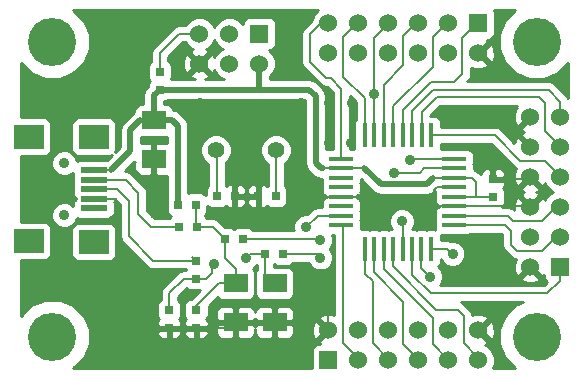
<source format=gtl>
G04 (created by PCBNEW-RS274X (2011-11-27 BZR 3249)-stable) date 10/09/2012 4:48:29 p.m.*
G01*
G70*
G90*
%MOIN*%
G04 Gerber Fmt 3.4, Leading zero omitted, Abs format*
%FSLAX34Y34*%
G04 APERTURE LIST*
%ADD10C,0.006000*%
%ADD11R,0.060000X0.060000*%
%ADD12C,0.060000*%
%ADD13C,0.035400*%
%ADD14R,0.098400X0.078700*%
%ADD15R,0.090600X0.019700*%
%ADD16R,0.078700X0.017700*%
%ADD17R,0.017700X0.078700*%
%ADD18R,0.080000X0.060000*%
%ADD19R,0.031500X0.025000*%
%ADD20R,0.025000X0.031500*%
%ADD21C,0.056000*%
%ADD22C,0.160000*%
%ADD23C,0.035000*%
%ADD24C,0.008000*%
%ADD25C,0.020000*%
%ADD26C,0.010000*%
G04 APERTURE END LIST*
G54D10*
G54D11*
X48296Y-28877D03*
G54D12*
X47296Y-28877D03*
X48296Y-27877D03*
X47296Y-27877D03*
X48296Y-26877D03*
X47296Y-26877D03*
X48296Y-25877D03*
X47296Y-25877D03*
X48296Y-24877D03*
X47296Y-24877D03*
X48296Y-23877D03*
X47296Y-23877D03*
G54D13*
X31760Y-27161D03*
X31760Y-25429D03*
G54D14*
X30579Y-28027D03*
X30579Y-24543D03*
X32744Y-28047D03*
X32744Y-24543D03*
G54D15*
X32744Y-26295D03*
X32744Y-25980D03*
X32744Y-25665D03*
X32744Y-26610D03*
X32744Y-26925D03*
G54D16*
X44770Y-25284D03*
X44770Y-25599D03*
X44770Y-25914D03*
X44770Y-26229D03*
X44770Y-26544D03*
X44770Y-26859D03*
X44770Y-27174D03*
X44770Y-27489D03*
X41004Y-27487D03*
X41004Y-25277D03*
X41004Y-25597D03*
X41004Y-25917D03*
X41004Y-26227D03*
X41004Y-26547D03*
X41004Y-26857D03*
X41004Y-27177D03*
G54D17*
X43986Y-28277D03*
X43672Y-28277D03*
X43356Y-28277D03*
X43042Y-28277D03*
X42726Y-28277D03*
X42412Y-28277D03*
X42096Y-28277D03*
X41782Y-28277D03*
X43984Y-24497D03*
X43674Y-24497D03*
X43354Y-24497D03*
X43044Y-24497D03*
X42734Y-24497D03*
X42414Y-24497D03*
X42094Y-24497D03*
X41774Y-24497D03*
G54D18*
X34752Y-23991D03*
X34752Y-25291D03*
G54D19*
X46051Y-26555D03*
X46051Y-25955D03*
G54D20*
X36854Y-26531D03*
X37454Y-26531D03*
X38832Y-26531D03*
X38232Y-26531D03*
G54D19*
X35264Y-30926D03*
X35264Y-30326D03*
X36169Y-30926D03*
X36169Y-30326D03*
X34949Y-22973D03*
X34949Y-22373D03*
G54D20*
X37729Y-27948D03*
X37129Y-27948D03*
X39068Y-28460D03*
X38468Y-28460D03*
X35554Y-26806D03*
X36154Y-26806D03*
G54D19*
X36169Y-29272D03*
X36169Y-28672D03*
G54D20*
X36194Y-27554D03*
X35594Y-27554D03*
G54D11*
X40571Y-31995D03*
G54D12*
X40571Y-30995D03*
X41571Y-31995D03*
X41571Y-30995D03*
X42571Y-31995D03*
X42571Y-30995D03*
X43571Y-31995D03*
X43571Y-30995D03*
X44571Y-31995D03*
X44571Y-30995D03*
X45571Y-31995D03*
X45571Y-30995D03*
G54D11*
X45571Y-20759D03*
G54D12*
X45571Y-21759D03*
X44571Y-20759D03*
X44571Y-21759D03*
X43571Y-20759D03*
X43571Y-21759D03*
X42571Y-20759D03*
X42571Y-21759D03*
X41571Y-20759D03*
X41571Y-21759D03*
X40571Y-20759D03*
X40571Y-21759D03*
G54D11*
X38272Y-21110D03*
G54D12*
X38272Y-22110D03*
X37272Y-21110D03*
X37272Y-22110D03*
X36272Y-21110D03*
X36272Y-22110D03*
G54D21*
X36823Y-24995D03*
X38823Y-24995D03*
G54D18*
X37481Y-30729D03*
X37481Y-29429D03*
X38780Y-30729D03*
X38780Y-29429D03*
G54D22*
X47508Y-31216D03*
X31366Y-21374D03*
X47508Y-21374D03*
X31366Y-31216D03*
G54D23*
X44713Y-28460D03*
X40303Y-28578D03*
X43965Y-29208D03*
X40303Y-27988D03*
X42075Y-23106D03*
X43020Y-27358D03*
X39831Y-27554D03*
X36288Y-23421D03*
X40303Y-29130D03*
X40579Y-24760D03*
X40579Y-23421D03*
X41327Y-24760D03*
X34752Y-26216D03*
X41366Y-23421D03*
X39673Y-23421D03*
X37862Y-24957D03*
X33610Y-28933D03*
X33610Y-28303D03*
X30775Y-23146D03*
X37823Y-27200D03*
X32941Y-31807D03*
X30775Y-29642D03*
X38138Y-31965D03*
X35303Y-20587D03*
X33138Y-20783D03*
X39437Y-31453D03*
X42744Y-25743D03*
X37823Y-28578D03*
X36760Y-28775D03*
X43295Y-25310D03*
G54D24*
X46040Y-26544D02*
X46051Y-26555D01*
G54D25*
X43847Y-26137D02*
X42311Y-26137D01*
X42311Y-26137D02*
X41771Y-25597D01*
G54D24*
X41771Y-25597D02*
X41004Y-25597D01*
G54D25*
X35554Y-26806D02*
X35554Y-24184D01*
X35554Y-24184D02*
X35361Y-23991D01*
X35361Y-23991D02*
X34752Y-23991D01*
X34752Y-23991D02*
X34752Y-23170D01*
X34752Y-23170D02*
X34949Y-22973D01*
G54D24*
X45500Y-26544D02*
X45500Y-26058D01*
X45500Y-26058D02*
X45356Y-25914D01*
X45356Y-25914D02*
X44770Y-25914D01*
X44770Y-26544D02*
X45500Y-26544D01*
X45500Y-26544D02*
X46040Y-26544D01*
G54D25*
X38272Y-22110D02*
X38272Y-22973D01*
G54D24*
X44770Y-25914D02*
X44070Y-25914D01*
G54D25*
X33335Y-25665D02*
X33964Y-25036D01*
X33964Y-25036D02*
X33964Y-24327D01*
X33964Y-24327D02*
X34300Y-23991D01*
G54D24*
X34300Y-23991D02*
X34752Y-23991D01*
X32744Y-25665D02*
X33335Y-25665D01*
G54D25*
X39933Y-22973D02*
X40145Y-23185D01*
X40393Y-25597D02*
X40314Y-25597D01*
X40314Y-25597D02*
X40145Y-25428D01*
X40145Y-25428D02*
X40145Y-23185D01*
G54D24*
X40393Y-25597D02*
X41004Y-25597D01*
G54D25*
X38272Y-22973D02*
X39933Y-22973D01*
X34949Y-22973D02*
X38272Y-22973D01*
X44070Y-25914D02*
X43847Y-26137D01*
G54D24*
X44530Y-28277D02*
X44713Y-28460D01*
X40303Y-28578D02*
X40185Y-28460D01*
X40185Y-28460D02*
X39068Y-28460D01*
X43986Y-28277D02*
X44530Y-28277D01*
X43672Y-28915D02*
X43965Y-29208D01*
X40303Y-27988D02*
X40263Y-27948D01*
X40263Y-27948D02*
X37729Y-27948D01*
X43672Y-28277D02*
X43672Y-28915D01*
X41571Y-20759D02*
X41524Y-20759D01*
X41774Y-23269D02*
X41774Y-24497D01*
X41063Y-22558D02*
X41774Y-23269D01*
X41063Y-21220D02*
X41063Y-22558D01*
X41524Y-20759D02*
X41063Y-21220D01*
X42571Y-20775D02*
X42087Y-21259D01*
X42087Y-22673D02*
X42087Y-24490D01*
X42087Y-21259D02*
X42087Y-22673D01*
X42087Y-24490D02*
X42094Y-24497D01*
X42571Y-20759D02*
X42571Y-20775D01*
X42075Y-23106D02*
X42087Y-22673D01*
X34949Y-21767D02*
X35606Y-21110D01*
X35606Y-21110D02*
X36272Y-21110D01*
X34949Y-22373D02*
X34949Y-21767D01*
X43042Y-27380D02*
X43020Y-27358D01*
X43042Y-28277D02*
X43042Y-27380D01*
X43571Y-20759D02*
X43493Y-20759D01*
X42414Y-22822D02*
X42414Y-24497D01*
X43071Y-22165D02*
X42414Y-22822D01*
X43071Y-21181D02*
X43071Y-22165D01*
X43493Y-20759D02*
X43071Y-21181D01*
X40571Y-20759D02*
X40422Y-20759D01*
X40327Y-20759D02*
X39949Y-21137D01*
X39949Y-21137D02*
X39949Y-22043D01*
X39949Y-22043D02*
X40500Y-22594D01*
X40500Y-22594D02*
X40658Y-22594D01*
X40658Y-22594D02*
X41004Y-22940D01*
X41004Y-22940D02*
X41004Y-25277D01*
X40571Y-20759D02*
X40327Y-20759D01*
X45540Y-20759D02*
X45040Y-21259D01*
X45040Y-21259D02*
X45040Y-22440D01*
X45040Y-22440D02*
X44764Y-22716D01*
X44764Y-22716D02*
X43977Y-22716D01*
X43977Y-22716D02*
X43044Y-23649D01*
X43044Y-23649D02*
X43044Y-24497D01*
X45571Y-20759D02*
X45540Y-20759D01*
X44516Y-20759D02*
X44055Y-21220D01*
X44055Y-21220D02*
X44055Y-22205D01*
X44055Y-22205D02*
X42734Y-23526D01*
X42734Y-23526D02*
X42734Y-24497D01*
X44571Y-20759D02*
X44516Y-20759D01*
X39831Y-27554D02*
X40208Y-27177D01*
X40208Y-27177D02*
X41004Y-27177D01*
X41571Y-31925D02*
X41063Y-31417D01*
X41063Y-31417D02*
X41063Y-27546D01*
X41063Y-27546D02*
X41004Y-27487D01*
X41571Y-31995D02*
X41571Y-31925D01*
X42571Y-31940D02*
X42048Y-31417D01*
X42048Y-31417D02*
X42048Y-29370D01*
X42048Y-29370D02*
X41782Y-29104D01*
X41782Y-29104D02*
X41782Y-28277D01*
X42571Y-31995D02*
X42571Y-31940D01*
X43571Y-31995D02*
X43571Y-31956D01*
X42096Y-29064D02*
X42096Y-28277D01*
X43071Y-30039D02*
X42096Y-29064D01*
X43071Y-31456D02*
X43071Y-30039D01*
X43571Y-31956D02*
X43071Y-31456D01*
X44571Y-31972D02*
X44055Y-31456D01*
X44055Y-31456D02*
X44055Y-30589D01*
X44055Y-30589D02*
X42412Y-28946D01*
X42412Y-28946D02*
X42412Y-28277D01*
X44571Y-31995D02*
X44571Y-31972D01*
X45571Y-31909D02*
X45079Y-31417D01*
X45079Y-31417D02*
X45079Y-30511D01*
X45079Y-30511D02*
X44882Y-30314D01*
X44882Y-30314D02*
X44173Y-30314D01*
X44173Y-30314D02*
X42726Y-28867D01*
X42726Y-28867D02*
X42726Y-28277D01*
X45571Y-31995D02*
X45571Y-31909D01*
X48296Y-29340D02*
X47873Y-29763D01*
X47873Y-29763D02*
X43977Y-29763D01*
X43977Y-29763D02*
X43356Y-29142D01*
X43356Y-29142D02*
X43356Y-28277D01*
X48296Y-28877D02*
X48296Y-29340D01*
X48296Y-27877D02*
X48147Y-27877D01*
X46466Y-27489D02*
X44770Y-27489D01*
X46654Y-27677D02*
X46466Y-27489D01*
X46654Y-28149D02*
X46654Y-27677D01*
X46851Y-28346D02*
X46654Y-28149D01*
X47678Y-28346D02*
X46851Y-28346D01*
X48147Y-27877D02*
X47678Y-28346D01*
X48296Y-26877D02*
X48162Y-26877D01*
X46545Y-27174D02*
X44770Y-27174D01*
X46733Y-27362D02*
X46545Y-27174D01*
X47677Y-27362D02*
X46733Y-27362D01*
X48162Y-26877D02*
X47677Y-27362D01*
X48296Y-25854D02*
X47796Y-25354D01*
X47796Y-25354D02*
X46969Y-25354D01*
X46969Y-25354D02*
X46112Y-24497D01*
X46112Y-24497D02*
X43984Y-24497D01*
X48296Y-25877D02*
X48296Y-25854D01*
X48296Y-24877D02*
X48296Y-24870D01*
X43674Y-23728D02*
X43674Y-24497D01*
X44174Y-23228D02*
X43674Y-23728D01*
X47600Y-23228D02*
X44174Y-23228D01*
X47796Y-23424D02*
X47600Y-23228D01*
X47796Y-24370D02*
X47796Y-23424D01*
X48296Y-24870D02*
X47796Y-24370D01*
X48296Y-23877D02*
X48296Y-23374D01*
X43354Y-23693D02*
X43354Y-24497D01*
X44055Y-22992D02*
X43354Y-23693D01*
X47914Y-22992D02*
X44055Y-22992D01*
X48296Y-23374D02*
X47914Y-22992D01*
X40571Y-29595D02*
X40303Y-29130D01*
X40579Y-24760D02*
X40579Y-23421D01*
X33610Y-28303D02*
X33610Y-26807D01*
X33610Y-28933D02*
X33610Y-28303D01*
X33610Y-29799D02*
X33610Y-28933D01*
X33610Y-26807D02*
X33413Y-26610D01*
X33413Y-26610D02*
X32744Y-26610D01*
X35264Y-30926D02*
X34737Y-30926D01*
X40305Y-30729D02*
X40571Y-30995D01*
X38780Y-30729D02*
X40305Y-30729D01*
X37430Y-23421D02*
X36288Y-23421D01*
X37862Y-26531D02*
X37862Y-24957D01*
X37862Y-24957D02*
X37862Y-23853D01*
X37284Y-30926D02*
X37481Y-30729D01*
X37481Y-30729D02*
X38780Y-30729D01*
X37862Y-26689D02*
X37862Y-27161D01*
X37862Y-26531D02*
X37862Y-26689D01*
X34752Y-26216D02*
X34752Y-25291D01*
X41004Y-26547D02*
X40051Y-26547D01*
X37862Y-23853D02*
X37862Y-23815D01*
X38256Y-23421D02*
X39673Y-23421D01*
X37862Y-23815D02*
X38256Y-23421D01*
X37862Y-26689D02*
X37704Y-26531D01*
X38019Y-26532D02*
X37862Y-26689D01*
X38019Y-26531D02*
X38019Y-26532D01*
X37862Y-26374D02*
X38019Y-26531D01*
X44770Y-26859D02*
X44175Y-26859D01*
X44186Y-26229D02*
X44770Y-26229D01*
X44083Y-26332D02*
X44186Y-26229D01*
X47278Y-26859D02*
X47296Y-26877D01*
X35264Y-30926D02*
X36169Y-30926D01*
X44770Y-26859D02*
X47278Y-26859D01*
X41004Y-26547D02*
X44083Y-26547D01*
X37704Y-26531D02*
X37705Y-26531D01*
X37705Y-26531D02*
X37862Y-26374D01*
X40571Y-30995D02*
X40328Y-30995D01*
X40571Y-30995D02*
X40571Y-29595D01*
X36169Y-30926D02*
X37284Y-30926D01*
X38727Y-31965D02*
X39239Y-31453D01*
X39437Y-31453D02*
X40113Y-31453D01*
X39239Y-31453D02*
X39437Y-31453D01*
X40113Y-31453D02*
X40571Y-30995D01*
X30775Y-23146D02*
X30972Y-22949D01*
X30972Y-22949D02*
X32350Y-22949D01*
X32350Y-22949D02*
X33138Y-22161D01*
X33138Y-22161D02*
X33138Y-20783D01*
X38138Y-31965D02*
X38727Y-31965D01*
X33099Y-31965D02*
X32941Y-31807D01*
X38138Y-31965D02*
X33099Y-31965D01*
X37862Y-27161D02*
X37823Y-27200D01*
X47218Y-25955D02*
X47296Y-25877D01*
X46051Y-25955D02*
X47218Y-25955D01*
X44175Y-26859D02*
X44083Y-26767D01*
X44083Y-26547D02*
X44083Y-26332D01*
X44083Y-26767D02*
X44083Y-26547D01*
X38232Y-26900D02*
X38232Y-26531D01*
X38414Y-27082D02*
X38232Y-26900D01*
X39516Y-27082D02*
X38414Y-27082D01*
X40051Y-26547D02*
X39516Y-27082D01*
X37862Y-26531D02*
X37454Y-26531D01*
X38232Y-26531D02*
X37862Y-26531D01*
X34737Y-30926D02*
X33610Y-29799D01*
X37862Y-23853D02*
X37430Y-23421D01*
X44770Y-25599D02*
X43754Y-25599D01*
X43610Y-25743D02*
X42744Y-25743D01*
X43754Y-25599D02*
X43610Y-25743D01*
X38832Y-25004D02*
X38823Y-24995D01*
X38832Y-26531D02*
X38832Y-25004D01*
X35751Y-29272D02*
X36169Y-29272D01*
X35264Y-29759D02*
X35751Y-29272D01*
X35264Y-30326D02*
X35264Y-29759D01*
X38468Y-29117D02*
X38780Y-29429D01*
X38468Y-28460D02*
X38468Y-29117D01*
X37941Y-28460D02*
X37823Y-28578D01*
X36760Y-28775D02*
X36681Y-28854D01*
X36681Y-28854D02*
X36681Y-29090D01*
X36681Y-29090D02*
X36499Y-29272D01*
X36499Y-29272D02*
X36169Y-29272D01*
X38468Y-28460D02*
X37941Y-28460D01*
X36154Y-27514D02*
X36194Y-27554D01*
X36154Y-26806D02*
X36154Y-27514D01*
X36735Y-27554D02*
X37129Y-27948D01*
X36194Y-27554D02*
X36735Y-27554D01*
X36169Y-30193D02*
X36933Y-29429D01*
X36933Y-29429D02*
X37481Y-29429D01*
X36169Y-30326D02*
X36169Y-30193D01*
X37481Y-28945D02*
X37129Y-28593D01*
X37129Y-28593D02*
X37129Y-27948D01*
X37481Y-29429D02*
X37481Y-28945D01*
X36169Y-28672D02*
X34727Y-28672D01*
X33531Y-26295D02*
X32744Y-26295D01*
X33925Y-26689D02*
X33531Y-26295D01*
X33925Y-27870D02*
X33925Y-26689D01*
X34727Y-28672D02*
X33925Y-27870D01*
X36036Y-28539D02*
X36169Y-28672D01*
X35594Y-27579D02*
X35594Y-27554D01*
X34672Y-27554D02*
X34240Y-27122D01*
X34240Y-27122D02*
X34240Y-26413D01*
X34240Y-26413D02*
X33807Y-25980D01*
X33807Y-25980D02*
X32744Y-25980D01*
X35594Y-27554D02*
X34672Y-27554D01*
X44770Y-25284D02*
X43321Y-25284D01*
X43321Y-25284D02*
X43295Y-25310D01*
X36854Y-26531D02*
X36854Y-25026D01*
X36854Y-25026D02*
X36823Y-24995D01*
G54D10*
G36*
X35324Y-27189D02*
X35258Y-27256D01*
X35254Y-27264D01*
X34792Y-27264D01*
X34702Y-27174D01*
X34530Y-27002D01*
X34530Y-26413D01*
X34508Y-26302D01*
X34445Y-26208D01*
X34012Y-25775D01*
X33918Y-25712D01*
X33807Y-25690D01*
X33804Y-25690D01*
X34102Y-25391D01*
X34103Y-25391D01*
X34114Y-25391D01*
X34102Y-25403D01*
X34103Y-25640D01*
X34141Y-25732D01*
X34211Y-25802D01*
X34302Y-25840D01*
X34401Y-25840D01*
X34640Y-25841D01*
X34702Y-25779D01*
X34702Y-25391D01*
X34702Y-25341D01*
X34702Y-25241D01*
X34702Y-25191D01*
X34702Y-24803D01*
X34640Y-24741D01*
X34401Y-24742D01*
X34314Y-24742D01*
X34314Y-24540D01*
X34401Y-24540D01*
X35201Y-24540D01*
X35204Y-24538D01*
X35204Y-24742D01*
X35202Y-24742D01*
X35103Y-24742D01*
X34864Y-24741D01*
X34802Y-24803D01*
X34802Y-25191D01*
X34802Y-25241D01*
X34802Y-25341D01*
X34802Y-25391D01*
X34802Y-25779D01*
X34864Y-25841D01*
X35103Y-25840D01*
X35202Y-25840D01*
X35204Y-25839D01*
X35204Y-26541D01*
X35180Y-26599D01*
X35180Y-26698D01*
X35180Y-27012D01*
X35218Y-27104D01*
X35288Y-27174D01*
X35324Y-27189D01*
X35324Y-27189D01*
G37*
G54D26*
X35324Y-27189D02*
X35258Y-27256D01*
X35254Y-27264D01*
X34792Y-27264D01*
X34702Y-27174D01*
X34530Y-27002D01*
X34530Y-26413D01*
X34508Y-26302D01*
X34445Y-26208D01*
X34012Y-25775D01*
X33918Y-25712D01*
X33807Y-25690D01*
X33804Y-25690D01*
X34102Y-25391D01*
X34103Y-25391D01*
X34114Y-25391D01*
X34102Y-25403D01*
X34103Y-25640D01*
X34141Y-25732D01*
X34211Y-25802D01*
X34302Y-25840D01*
X34401Y-25840D01*
X34640Y-25841D01*
X34702Y-25779D01*
X34702Y-25391D01*
X34702Y-25341D01*
X34702Y-25241D01*
X34702Y-25191D01*
X34702Y-24803D01*
X34640Y-24741D01*
X34401Y-24742D01*
X34314Y-24742D01*
X34314Y-24540D01*
X34401Y-24540D01*
X35201Y-24540D01*
X35204Y-24538D01*
X35204Y-24742D01*
X35202Y-24742D01*
X35103Y-24742D01*
X34864Y-24741D01*
X34802Y-24803D01*
X34802Y-25191D01*
X34802Y-25241D01*
X34802Y-25341D01*
X34802Y-25391D01*
X34802Y-25779D01*
X34864Y-25841D01*
X35103Y-25840D01*
X35202Y-25840D01*
X35204Y-25839D01*
X35204Y-26541D01*
X35180Y-26599D01*
X35180Y-26698D01*
X35180Y-27012D01*
X35218Y-27104D01*
X35288Y-27174D01*
X35324Y-27189D01*
G54D10*
G36*
X37076Y-22623D02*
X36452Y-22623D01*
X36553Y-22582D01*
X36580Y-22488D01*
X36272Y-22181D01*
X36201Y-22251D01*
X36201Y-22110D01*
X35894Y-21802D01*
X35800Y-21829D01*
X35729Y-22031D01*
X35740Y-22244D01*
X35800Y-22391D01*
X35894Y-22418D01*
X36201Y-22110D01*
X36201Y-22251D01*
X35964Y-22488D01*
X35991Y-22582D01*
X36107Y-22623D01*
X35323Y-22623D01*
X35355Y-22548D01*
X35355Y-22449D01*
X35355Y-22199D01*
X35317Y-22107D01*
X35247Y-22037D01*
X35239Y-22033D01*
X35239Y-21887D01*
X35726Y-21400D01*
X35798Y-21400D01*
X35807Y-21421D01*
X35961Y-21575D01*
X36052Y-21612D01*
X35991Y-21638D01*
X35964Y-21732D01*
X36272Y-22039D01*
X36580Y-21732D01*
X36553Y-21638D01*
X36487Y-21614D01*
X36583Y-21575D01*
X36737Y-21421D01*
X36772Y-21336D01*
X36807Y-21421D01*
X36961Y-21575D01*
X37045Y-21610D01*
X36961Y-21645D01*
X36807Y-21799D01*
X36769Y-21890D01*
X36744Y-21829D01*
X36650Y-21802D01*
X36343Y-22110D01*
X36650Y-22418D01*
X36744Y-22391D01*
X36767Y-22325D01*
X36807Y-22421D01*
X36961Y-22575D01*
X37076Y-22623D01*
X37076Y-22623D01*
G37*
G54D26*
X37076Y-22623D02*
X36452Y-22623D01*
X36553Y-22582D01*
X36580Y-22488D01*
X36272Y-22181D01*
X36201Y-22251D01*
X36201Y-22110D01*
X35894Y-21802D01*
X35800Y-21829D01*
X35729Y-22031D01*
X35740Y-22244D01*
X35800Y-22391D01*
X35894Y-22418D01*
X36201Y-22110D01*
X36201Y-22251D01*
X35964Y-22488D01*
X35991Y-22582D01*
X36107Y-22623D01*
X35323Y-22623D01*
X35355Y-22548D01*
X35355Y-22449D01*
X35355Y-22199D01*
X35317Y-22107D01*
X35247Y-22037D01*
X35239Y-22033D01*
X35239Y-21887D01*
X35726Y-21400D01*
X35798Y-21400D01*
X35807Y-21421D01*
X35961Y-21575D01*
X36052Y-21612D01*
X35991Y-21638D01*
X35964Y-21732D01*
X36272Y-22039D01*
X36580Y-21732D01*
X36553Y-21638D01*
X36487Y-21614D01*
X36583Y-21575D01*
X36737Y-21421D01*
X36772Y-21336D01*
X36807Y-21421D01*
X36961Y-21575D01*
X37045Y-21610D01*
X36961Y-21645D01*
X36807Y-21799D01*
X36769Y-21890D01*
X36744Y-21829D01*
X36650Y-21802D01*
X36343Y-22110D01*
X36650Y-22418D01*
X36744Y-22391D01*
X36767Y-22325D01*
X36807Y-22421D01*
X36961Y-22575D01*
X37076Y-22623D01*
G54D10*
G36*
X40508Y-26542D02*
X40470Y-26558D01*
X40437Y-26591D01*
X40423Y-26591D01*
X40362Y-26652D01*
X40362Y-26685D01*
X40369Y-26702D01*
X40362Y-26719D01*
X40362Y-26818D01*
X40362Y-26887D01*
X40208Y-26887D01*
X40097Y-26909D01*
X40003Y-26972D01*
X39846Y-27129D01*
X39747Y-27129D01*
X39591Y-27193D01*
X39471Y-27313D01*
X39406Y-27469D01*
X39406Y-27638D01*
X39414Y-27658D01*
X39353Y-27658D01*
X39353Y-25101D01*
X39353Y-24890D01*
X39272Y-24695D01*
X39124Y-24546D01*
X38929Y-24465D01*
X38718Y-24465D01*
X38523Y-24546D01*
X38374Y-24694D01*
X38293Y-24889D01*
X38293Y-25100D01*
X38374Y-25295D01*
X38522Y-25444D01*
X38542Y-25452D01*
X38542Y-26187D01*
X38532Y-26197D01*
X38498Y-26163D01*
X38406Y-26125D01*
X38344Y-26124D01*
X38282Y-26186D01*
X38282Y-26431D01*
X38282Y-26481D01*
X38282Y-26581D01*
X38282Y-26631D01*
X38282Y-26876D01*
X38344Y-26938D01*
X38406Y-26937D01*
X38498Y-26899D01*
X38532Y-26865D01*
X38566Y-26899D01*
X38657Y-26937D01*
X38756Y-26937D01*
X39006Y-26937D01*
X39098Y-26899D01*
X39168Y-26829D01*
X39206Y-26738D01*
X39206Y-26639D01*
X39206Y-26325D01*
X39168Y-26233D01*
X39122Y-26187D01*
X39122Y-25444D01*
X39123Y-25444D01*
X39272Y-25296D01*
X39353Y-25101D01*
X39353Y-27658D01*
X38182Y-27658D01*
X38182Y-26876D01*
X38182Y-26581D01*
X38182Y-26481D01*
X38182Y-26186D01*
X38120Y-26124D01*
X38058Y-26125D01*
X37966Y-26163D01*
X37896Y-26233D01*
X37858Y-26324D01*
X37858Y-26420D01*
X37919Y-26481D01*
X38182Y-26481D01*
X38182Y-26581D01*
X37919Y-26581D01*
X37858Y-26642D01*
X37858Y-26738D01*
X37896Y-26829D01*
X37966Y-26899D01*
X38058Y-26937D01*
X38120Y-26938D01*
X38182Y-26876D01*
X38182Y-27658D01*
X38068Y-27658D01*
X38065Y-27650D01*
X37995Y-27580D01*
X37904Y-27542D01*
X37828Y-27542D01*
X37828Y-26738D01*
X37828Y-26642D01*
X37828Y-26420D01*
X37828Y-26324D01*
X37790Y-26233D01*
X37720Y-26163D01*
X37628Y-26125D01*
X37566Y-26124D01*
X37504Y-26186D01*
X37504Y-26481D01*
X37767Y-26481D01*
X37828Y-26420D01*
X37828Y-26642D01*
X37767Y-26581D01*
X37504Y-26581D01*
X37504Y-26876D01*
X37566Y-26938D01*
X37628Y-26937D01*
X37720Y-26899D01*
X37790Y-26829D01*
X37828Y-26738D01*
X37828Y-27542D01*
X37805Y-27542D01*
X37555Y-27542D01*
X37463Y-27580D01*
X37429Y-27614D01*
X37395Y-27580D01*
X37304Y-27542D01*
X37205Y-27542D01*
X37133Y-27542D01*
X36940Y-27349D01*
X36846Y-27286D01*
X36735Y-27264D01*
X36533Y-27264D01*
X36530Y-27256D01*
X36460Y-27186D01*
X36444Y-27179D01*
X36444Y-27150D01*
X36490Y-27104D01*
X36528Y-27013D01*
X36528Y-26914D01*
X36528Y-26839D01*
X36588Y-26899D01*
X36679Y-26937D01*
X36778Y-26937D01*
X37028Y-26937D01*
X37120Y-26899D01*
X37154Y-26865D01*
X37188Y-26899D01*
X37280Y-26937D01*
X37342Y-26938D01*
X37404Y-26876D01*
X37404Y-26631D01*
X37404Y-26581D01*
X37404Y-26481D01*
X37404Y-26431D01*
X37404Y-26186D01*
X37342Y-26124D01*
X37280Y-26125D01*
X37188Y-26163D01*
X37154Y-26197D01*
X37144Y-26187D01*
X37144Y-25423D01*
X37272Y-25296D01*
X37353Y-25101D01*
X37353Y-24890D01*
X37272Y-24695D01*
X37124Y-24546D01*
X36929Y-24465D01*
X36718Y-24465D01*
X36523Y-24546D01*
X36374Y-24694D01*
X36293Y-24889D01*
X36293Y-25100D01*
X36374Y-25295D01*
X36522Y-25444D01*
X36564Y-25461D01*
X36564Y-26187D01*
X36518Y-26233D01*
X36480Y-26324D01*
X36480Y-26423D01*
X36480Y-26498D01*
X36420Y-26438D01*
X36329Y-26400D01*
X36230Y-26400D01*
X35980Y-26400D01*
X35904Y-26431D01*
X35904Y-24184D01*
X35903Y-24183D01*
X35877Y-24050D01*
X35831Y-23981D01*
X35801Y-23937D01*
X35801Y-23936D01*
X35608Y-23744D01*
X35495Y-23668D01*
X35401Y-23649D01*
X35401Y-23642D01*
X35363Y-23550D01*
X35293Y-23480D01*
X35202Y-23442D01*
X35103Y-23442D01*
X35102Y-23442D01*
X35102Y-23347D01*
X35155Y-23347D01*
X35213Y-23323D01*
X38272Y-23323D01*
X39788Y-23323D01*
X39795Y-23329D01*
X39795Y-25428D01*
X39822Y-25562D01*
X39898Y-25675D01*
X40067Y-25844D01*
X40180Y-25920D01*
X40314Y-25947D01*
X40362Y-25947D01*
X40362Y-26054D01*
X40369Y-26071D01*
X40362Y-26089D01*
X40362Y-26188D01*
X40362Y-26364D01*
X40371Y-26386D01*
X40362Y-26409D01*
X40362Y-26442D01*
X40423Y-26503D01*
X40447Y-26503D01*
X40470Y-26526D01*
X40508Y-26542D01*
X40508Y-26542D01*
G37*
G54D26*
X40508Y-26542D02*
X40470Y-26558D01*
X40437Y-26591D01*
X40423Y-26591D01*
X40362Y-26652D01*
X40362Y-26685D01*
X40369Y-26702D01*
X40362Y-26719D01*
X40362Y-26818D01*
X40362Y-26887D01*
X40208Y-26887D01*
X40097Y-26909D01*
X40003Y-26972D01*
X39846Y-27129D01*
X39747Y-27129D01*
X39591Y-27193D01*
X39471Y-27313D01*
X39406Y-27469D01*
X39406Y-27638D01*
X39414Y-27658D01*
X39353Y-27658D01*
X39353Y-25101D01*
X39353Y-24890D01*
X39272Y-24695D01*
X39124Y-24546D01*
X38929Y-24465D01*
X38718Y-24465D01*
X38523Y-24546D01*
X38374Y-24694D01*
X38293Y-24889D01*
X38293Y-25100D01*
X38374Y-25295D01*
X38522Y-25444D01*
X38542Y-25452D01*
X38542Y-26187D01*
X38532Y-26197D01*
X38498Y-26163D01*
X38406Y-26125D01*
X38344Y-26124D01*
X38282Y-26186D01*
X38282Y-26431D01*
X38282Y-26481D01*
X38282Y-26581D01*
X38282Y-26631D01*
X38282Y-26876D01*
X38344Y-26938D01*
X38406Y-26937D01*
X38498Y-26899D01*
X38532Y-26865D01*
X38566Y-26899D01*
X38657Y-26937D01*
X38756Y-26937D01*
X39006Y-26937D01*
X39098Y-26899D01*
X39168Y-26829D01*
X39206Y-26738D01*
X39206Y-26639D01*
X39206Y-26325D01*
X39168Y-26233D01*
X39122Y-26187D01*
X39122Y-25444D01*
X39123Y-25444D01*
X39272Y-25296D01*
X39353Y-25101D01*
X39353Y-27658D01*
X38182Y-27658D01*
X38182Y-26876D01*
X38182Y-26581D01*
X38182Y-26481D01*
X38182Y-26186D01*
X38120Y-26124D01*
X38058Y-26125D01*
X37966Y-26163D01*
X37896Y-26233D01*
X37858Y-26324D01*
X37858Y-26420D01*
X37919Y-26481D01*
X38182Y-26481D01*
X38182Y-26581D01*
X37919Y-26581D01*
X37858Y-26642D01*
X37858Y-26738D01*
X37896Y-26829D01*
X37966Y-26899D01*
X38058Y-26937D01*
X38120Y-26938D01*
X38182Y-26876D01*
X38182Y-27658D01*
X38068Y-27658D01*
X38065Y-27650D01*
X37995Y-27580D01*
X37904Y-27542D01*
X37828Y-27542D01*
X37828Y-26738D01*
X37828Y-26642D01*
X37828Y-26420D01*
X37828Y-26324D01*
X37790Y-26233D01*
X37720Y-26163D01*
X37628Y-26125D01*
X37566Y-26124D01*
X37504Y-26186D01*
X37504Y-26481D01*
X37767Y-26481D01*
X37828Y-26420D01*
X37828Y-26642D01*
X37767Y-26581D01*
X37504Y-26581D01*
X37504Y-26876D01*
X37566Y-26938D01*
X37628Y-26937D01*
X37720Y-26899D01*
X37790Y-26829D01*
X37828Y-26738D01*
X37828Y-27542D01*
X37805Y-27542D01*
X37555Y-27542D01*
X37463Y-27580D01*
X37429Y-27614D01*
X37395Y-27580D01*
X37304Y-27542D01*
X37205Y-27542D01*
X37133Y-27542D01*
X36940Y-27349D01*
X36846Y-27286D01*
X36735Y-27264D01*
X36533Y-27264D01*
X36530Y-27256D01*
X36460Y-27186D01*
X36444Y-27179D01*
X36444Y-27150D01*
X36490Y-27104D01*
X36528Y-27013D01*
X36528Y-26914D01*
X36528Y-26839D01*
X36588Y-26899D01*
X36679Y-26937D01*
X36778Y-26937D01*
X37028Y-26937D01*
X37120Y-26899D01*
X37154Y-26865D01*
X37188Y-26899D01*
X37280Y-26937D01*
X37342Y-26938D01*
X37404Y-26876D01*
X37404Y-26631D01*
X37404Y-26581D01*
X37404Y-26481D01*
X37404Y-26431D01*
X37404Y-26186D01*
X37342Y-26124D01*
X37280Y-26125D01*
X37188Y-26163D01*
X37154Y-26197D01*
X37144Y-26187D01*
X37144Y-25423D01*
X37272Y-25296D01*
X37353Y-25101D01*
X37353Y-24890D01*
X37272Y-24695D01*
X37124Y-24546D01*
X36929Y-24465D01*
X36718Y-24465D01*
X36523Y-24546D01*
X36374Y-24694D01*
X36293Y-24889D01*
X36293Y-25100D01*
X36374Y-25295D01*
X36522Y-25444D01*
X36564Y-25461D01*
X36564Y-26187D01*
X36518Y-26233D01*
X36480Y-26324D01*
X36480Y-26423D01*
X36480Y-26498D01*
X36420Y-26438D01*
X36329Y-26400D01*
X36230Y-26400D01*
X35980Y-26400D01*
X35904Y-26431D01*
X35904Y-24184D01*
X35903Y-24183D01*
X35877Y-24050D01*
X35831Y-23981D01*
X35801Y-23937D01*
X35801Y-23936D01*
X35608Y-23744D01*
X35495Y-23668D01*
X35401Y-23649D01*
X35401Y-23642D01*
X35363Y-23550D01*
X35293Y-23480D01*
X35202Y-23442D01*
X35103Y-23442D01*
X35102Y-23442D01*
X35102Y-23347D01*
X35155Y-23347D01*
X35213Y-23323D01*
X38272Y-23323D01*
X39788Y-23323D01*
X39795Y-23329D01*
X39795Y-25428D01*
X39822Y-25562D01*
X39898Y-25675D01*
X40067Y-25844D01*
X40180Y-25920D01*
X40314Y-25947D01*
X40362Y-25947D01*
X40362Y-26054D01*
X40369Y-26071D01*
X40362Y-26089D01*
X40362Y-26188D01*
X40362Y-26364D01*
X40371Y-26386D01*
X40362Y-26409D01*
X40362Y-26442D01*
X40423Y-26503D01*
X40447Y-26503D01*
X40470Y-26526D01*
X40508Y-26542D01*
G54D10*
G36*
X40642Y-21759D02*
X40571Y-21830D01*
X40500Y-21759D01*
X40571Y-21688D01*
X40642Y-21759D01*
X40642Y-21759D01*
G37*
G54D26*
X40642Y-21759D02*
X40571Y-21830D01*
X40500Y-21759D01*
X40571Y-21688D01*
X40642Y-21759D01*
G54D10*
G36*
X40773Y-30495D02*
X40650Y-30452D01*
X40437Y-30463D01*
X40290Y-30523D01*
X40263Y-30617D01*
X40536Y-30889D01*
X40571Y-30924D01*
X40642Y-30995D01*
X40571Y-31066D01*
X40500Y-31136D01*
X40500Y-30995D01*
X40193Y-30687D01*
X40099Y-30714D01*
X40028Y-30916D01*
X40039Y-31129D01*
X40099Y-31276D01*
X40193Y-31303D01*
X40500Y-30995D01*
X40500Y-31136D01*
X40263Y-31373D01*
X40283Y-31446D01*
X40222Y-31446D01*
X40130Y-31484D01*
X40060Y-31554D01*
X40022Y-31645D01*
X40022Y-31744D01*
X40022Y-32269D01*
X39430Y-32269D01*
X39430Y-30841D01*
X39430Y-30617D01*
X39429Y-30380D01*
X39391Y-30288D01*
X39321Y-30218D01*
X39230Y-30180D01*
X39131Y-30180D01*
X38892Y-30179D01*
X38830Y-30241D01*
X38830Y-30679D01*
X39368Y-30679D01*
X39430Y-30617D01*
X39430Y-30841D01*
X39368Y-30779D01*
X38830Y-30779D01*
X38830Y-31217D01*
X38892Y-31279D01*
X39131Y-31278D01*
X39230Y-31278D01*
X39321Y-31240D01*
X39391Y-31170D01*
X39429Y-31078D01*
X39430Y-30841D01*
X39430Y-32269D01*
X38730Y-32269D01*
X38730Y-31217D01*
X38730Y-30779D01*
X38730Y-30679D01*
X38730Y-30241D01*
X38668Y-30179D01*
X38429Y-30180D01*
X38330Y-30180D01*
X38239Y-30218D01*
X38169Y-30288D01*
X38131Y-30380D01*
X38130Y-30380D01*
X38092Y-30288D01*
X38022Y-30218D01*
X37931Y-30180D01*
X37832Y-30180D01*
X37593Y-30179D01*
X37531Y-30241D01*
X37531Y-30679D01*
X38069Y-30679D01*
X38130Y-30617D01*
X38192Y-30679D01*
X38730Y-30679D01*
X38730Y-30779D01*
X38192Y-30779D01*
X38130Y-30840D01*
X38069Y-30779D01*
X37531Y-30779D01*
X37531Y-31217D01*
X37593Y-31279D01*
X37832Y-31278D01*
X37931Y-31278D01*
X38022Y-31240D01*
X38092Y-31170D01*
X38130Y-31078D01*
X38130Y-30959D01*
X38131Y-31078D01*
X38169Y-31170D01*
X38239Y-31240D01*
X38330Y-31278D01*
X38429Y-31278D01*
X38668Y-31279D01*
X38730Y-31217D01*
X38730Y-32269D01*
X37431Y-32269D01*
X37431Y-31217D01*
X37431Y-30779D01*
X37431Y-30679D01*
X37431Y-30241D01*
X37369Y-30179D01*
X37130Y-30180D01*
X37031Y-30180D01*
X36940Y-30218D01*
X36870Y-30288D01*
X36832Y-30380D01*
X36831Y-30617D01*
X36893Y-30679D01*
X37431Y-30679D01*
X37431Y-30779D01*
X36893Y-30779D01*
X36831Y-30841D01*
X36832Y-31078D01*
X36870Y-31170D01*
X36940Y-31240D01*
X37031Y-31278D01*
X37130Y-31278D01*
X37369Y-31279D01*
X37431Y-31217D01*
X37431Y-32269D01*
X36576Y-32269D01*
X36576Y-31038D01*
X36514Y-30976D01*
X36219Y-30976D01*
X36219Y-31239D01*
X36280Y-31300D01*
X36376Y-31300D01*
X36467Y-31262D01*
X36537Y-31192D01*
X36575Y-31100D01*
X36576Y-31038D01*
X36576Y-32269D01*
X36119Y-32269D01*
X36119Y-31239D01*
X36119Y-30976D01*
X35824Y-30976D01*
X35762Y-31038D01*
X35763Y-31100D01*
X35801Y-31192D01*
X35871Y-31262D01*
X35962Y-31300D01*
X36058Y-31300D01*
X36119Y-31239D01*
X36119Y-32269D01*
X35671Y-32269D01*
X35671Y-31038D01*
X35609Y-30976D01*
X35314Y-30976D01*
X35314Y-31239D01*
X35375Y-31300D01*
X35471Y-31300D01*
X35562Y-31262D01*
X35632Y-31192D01*
X35670Y-31100D01*
X35671Y-31038D01*
X35671Y-32269D01*
X35214Y-32269D01*
X35214Y-31239D01*
X35214Y-30976D01*
X34919Y-30976D01*
X34857Y-31038D01*
X34858Y-31100D01*
X34896Y-31192D01*
X34966Y-31262D01*
X35057Y-31300D01*
X35153Y-31300D01*
X35214Y-31239D01*
X35214Y-32269D01*
X33485Y-32269D01*
X33485Y-28490D01*
X33485Y-28391D01*
X33485Y-27605D01*
X33447Y-27513D01*
X33377Y-27443D01*
X33286Y-27405D01*
X33187Y-27405D01*
X32203Y-27405D01*
X32111Y-27443D01*
X32041Y-27513D01*
X32003Y-27604D01*
X32003Y-27703D01*
X32003Y-28489D01*
X32041Y-28581D01*
X32111Y-28651D01*
X32202Y-28689D01*
X32301Y-28689D01*
X33285Y-28689D01*
X33377Y-28651D01*
X33447Y-28581D01*
X33485Y-28490D01*
X33485Y-32269D01*
X32071Y-32269D01*
X32420Y-31922D01*
X32609Y-31465D01*
X32610Y-30970D01*
X32421Y-30513D01*
X32072Y-30162D01*
X31615Y-29973D01*
X31120Y-29972D01*
X30663Y-30161D01*
X30313Y-30509D01*
X30313Y-28669D01*
X31120Y-28669D01*
X31212Y-28631D01*
X31282Y-28561D01*
X31320Y-28470D01*
X31320Y-28371D01*
X31320Y-27585D01*
X31282Y-27493D01*
X31212Y-27423D01*
X31121Y-27385D01*
X31022Y-27385D01*
X30313Y-27385D01*
X30313Y-25185D01*
X31120Y-25185D01*
X31212Y-25147D01*
X31282Y-25077D01*
X31320Y-24986D01*
X31320Y-24887D01*
X31320Y-24101D01*
X31282Y-24009D01*
X31212Y-23939D01*
X31121Y-23901D01*
X31022Y-23901D01*
X30313Y-23901D01*
X30313Y-22079D01*
X30660Y-22428D01*
X31117Y-22617D01*
X31612Y-22618D01*
X32069Y-22429D01*
X32420Y-22080D01*
X32609Y-21623D01*
X32610Y-21128D01*
X32421Y-20671D01*
X32072Y-20321D01*
X40233Y-20321D01*
X40106Y-20448D01*
X40022Y-20650D01*
X40022Y-20654D01*
X39744Y-20932D01*
X39681Y-21026D01*
X39659Y-21137D01*
X39659Y-22043D01*
X39681Y-22154D01*
X39744Y-22248D01*
X40295Y-22799D01*
X40389Y-22862D01*
X40500Y-22884D01*
X40538Y-22884D01*
X40714Y-23060D01*
X40714Y-24940D01*
X40562Y-24940D01*
X40495Y-24967D01*
X40495Y-23185D01*
X40494Y-23184D01*
X40468Y-23051D01*
X40392Y-22938D01*
X40392Y-22937D01*
X40180Y-22726D01*
X40067Y-22650D01*
X39933Y-22623D01*
X38622Y-22623D01*
X38622Y-22536D01*
X38737Y-22421D01*
X38821Y-22219D01*
X38821Y-22001D01*
X38737Y-21799D01*
X38597Y-21659D01*
X38621Y-21659D01*
X38713Y-21621D01*
X38783Y-21551D01*
X38821Y-21460D01*
X38821Y-21361D01*
X38821Y-20761D01*
X38783Y-20669D01*
X38713Y-20599D01*
X38622Y-20561D01*
X38523Y-20561D01*
X37923Y-20561D01*
X37831Y-20599D01*
X37761Y-20669D01*
X37723Y-20760D01*
X37723Y-20785D01*
X37583Y-20645D01*
X37381Y-20561D01*
X37163Y-20561D01*
X36961Y-20645D01*
X36807Y-20799D01*
X36772Y-20883D01*
X36737Y-20799D01*
X36583Y-20645D01*
X36381Y-20561D01*
X36163Y-20561D01*
X35961Y-20645D01*
X35807Y-20799D01*
X35798Y-20820D01*
X35606Y-20820D01*
X35495Y-20842D01*
X35401Y-20905D01*
X34744Y-21562D01*
X34681Y-21656D01*
X34659Y-21767D01*
X34659Y-22033D01*
X34651Y-22037D01*
X34581Y-22107D01*
X34543Y-22198D01*
X34543Y-22297D01*
X34543Y-22547D01*
X34581Y-22639D01*
X34615Y-22673D01*
X34581Y-22707D01*
X34543Y-22798D01*
X34543Y-22884D01*
X34505Y-22923D01*
X34429Y-23036D01*
X34402Y-23170D01*
X34402Y-23442D01*
X34303Y-23442D01*
X34211Y-23480D01*
X34141Y-23550D01*
X34103Y-23641D01*
X34103Y-23710D01*
X34052Y-23744D01*
X33717Y-24080D01*
X33641Y-24193D01*
X33614Y-24327D01*
X33614Y-24891D01*
X33460Y-25045D01*
X33485Y-24986D01*
X33485Y-24887D01*
X33485Y-24101D01*
X33447Y-24009D01*
X33377Y-23939D01*
X33286Y-23901D01*
X33187Y-23901D01*
X32203Y-23901D01*
X32111Y-23939D01*
X32041Y-24009D01*
X32003Y-24100D01*
X32003Y-24199D01*
X32003Y-24985D01*
X32041Y-25077D01*
X32111Y-25147D01*
X32202Y-25185D01*
X32301Y-25185D01*
X33285Y-25185D01*
X33345Y-25159D01*
X33187Y-25318D01*
X33148Y-25318D01*
X32242Y-25318D01*
X32185Y-25341D01*
X32122Y-25188D01*
X32003Y-25068D01*
X31846Y-25002D01*
X31676Y-25002D01*
X31519Y-25067D01*
X31399Y-25186D01*
X31333Y-25343D01*
X31333Y-25513D01*
X31398Y-25670D01*
X31517Y-25790D01*
X31674Y-25856D01*
X31844Y-25856D01*
X32001Y-25791D01*
X32042Y-25750D01*
X32042Y-25812D01*
X32046Y-25822D01*
X32042Y-25832D01*
X32042Y-25931D01*
X32042Y-26127D01*
X32046Y-26137D01*
X32042Y-26147D01*
X32042Y-26246D01*
X32042Y-26442D01*
X32046Y-26452D01*
X32042Y-26463D01*
X32041Y-26499D01*
X32103Y-26561D01*
X32107Y-26561D01*
X32150Y-26604D01*
X32164Y-26610D01*
X32150Y-26616D01*
X32107Y-26659D01*
X32103Y-26659D01*
X32041Y-26721D01*
X32042Y-26757D01*
X32046Y-26767D01*
X32042Y-26777D01*
X32042Y-26839D01*
X32003Y-26800D01*
X31846Y-26734D01*
X31676Y-26734D01*
X31519Y-26799D01*
X31399Y-26918D01*
X31333Y-27075D01*
X31333Y-27245D01*
X31398Y-27402D01*
X31517Y-27522D01*
X31674Y-27588D01*
X31844Y-27588D01*
X32001Y-27523D01*
X32121Y-27404D01*
X32186Y-27249D01*
X32241Y-27272D01*
X32340Y-27272D01*
X33246Y-27272D01*
X33338Y-27234D01*
X33408Y-27164D01*
X33446Y-27073D01*
X33446Y-26974D01*
X33446Y-26778D01*
X33441Y-26767D01*
X33446Y-26757D01*
X33447Y-26721D01*
X33436Y-26710D01*
X33447Y-26710D01*
X33447Y-26621D01*
X33635Y-26809D01*
X33635Y-27870D01*
X33657Y-27981D01*
X33720Y-28075D01*
X34522Y-28877D01*
X34616Y-28940D01*
X34727Y-28962D01*
X35825Y-28962D01*
X35835Y-28972D01*
X35825Y-28982D01*
X35751Y-28982D01*
X35640Y-29004D01*
X35608Y-29025D01*
X35545Y-29067D01*
X35059Y-29554D01*
X34996Y-29648D01*
X34974Y-29759D01*
X34974Y-29986D01*
X34966Y-29990D01*
X34896Y-30060D01*
X34858Y-30151D01*
X34858Y-30250D01*
X34858Y-30500D01*
X34896Y-30592D01*
X34930Y-30626D01*
X34896Y-30660D01*
X34858Y-30752D01*
X34857Y-30814D01*
X34919Y-30876D01*
X35164Y-30876D01*
X35214Y-30876D01*
X35314Y-30876D01*
X35364Y-30876D01*
X35609Y-30876D01*
X35671Y-30814D01*
X35670Y-30752D01*
X35632Y-30660D01*
X35598Y-30626D01*
X35632Y-30592D01*
X35670Y-30501D01*
X35670Y-30402D01*
X35670Y-30152D01*
X35632Y-30060D01*
X35562Y-29990D01*
X35554Y-29986D01*
X35554Y-29879D01*
X35848Y-29585D01*
X35871Y-29608D01*
X35962Y-29646D01*
X36061Y-29646D01*
X36306Y-29646D01*
X36000Y-29952D01*
X35963Y-29952D01*
X35871Y-29990D01*
X35801Y-30060D01*
X35763Y-30151D01*
X35763Y-30250D01*
X35763Y-30500D01*
X35801Y-30592D01*
X35835Y-30626D01*
X35801Y-30660D01*
X35763Y-30752D01*
X35762Y-30814D01*
X35824Y-30876D01*
X36069Y-30876D01*
X36119Y-30876D01*
X36219Y-30876D01*
X36269Y-30876D01*
X36514Y-30876D01*
X36576Y-30814D01*
X36575Y-30752D01*
X36537Y-30660D01*
X36503Y-30626D01*
X36537Y-30592D01*
X36575Y-30501D01*
X36575Y-30402D01*
X36575Y-30197D01*
X36886Y-29886D01*
X36940Y-29940D01*
X37031Y-29978D01*
X37130Y-29978D01*
X37930Y-29978D01*
X38022Y-29940D01*
X38092Y-29870D01*
X38130Y-29779D01*
X38130Y-29680D01*
X38130Y-29080D01*
X38092Y-28988D01*
X38048Y-28944D01*
X38063Y-28939D01*
X38178Y-28824D01*
X38178Y-28979D01*
X38169Y-28988D01*
X38131Y-29079D01*
X38131Y-29178D01*
X38131Y-29778D01*
X38169Y-29870D01*
X38239Y-29940D01*
X38330Y-29978D01*
X38429Y-29978D01*
X39229Y-29978D01*
X39321Y-29940D01*
X39391Y-29870D01*
X39429Y-29779D01*
X39429Y-29680D01*
X39429Y-29080D01*
X39391Y-28988D01*
X39321Y-28918D01*
X39230Y-28880D01*
X39131Y-28880D01*
X38758Y-28880D01*
X38758Y-28804D01*
X38768Y-28794D01*
X38802Y-28828D01*
X38893Y-28866D01*
X38992Y-28866D01*
X39242Y-28866D01*
X39334Y-28828D01*
X39404Y-28758D01*
X39407Y-28750D01*
X39914Y-28750D01*
X39942Y-28818D01*
X40062Y-28938D01*
X40218Y-29003D01*
X40387Y-29003D01*
X40543Y-28939D01*
X40663Y-28819D01*
X40728Y-28663D01*
X40728Y-28494D01*
X40664Y-28338D01*
X40609Y-28283D01*
X40663Y-28229D01*
X40728Y-28073D01*
X40728Y-27904D01*
X40695Y-27824D01*
X40773Y-27824D01*
X40773Y-30495D01*
X40773Y-30495D01*
G37*
G54D26*
X40773Y-30495D02*
X40650Y-30452D01*
X40437Y-30463D01*
X40290Y-30523D01*
X40263Y-30617D01*
X40536Y-30889D01*
X40571Y-30924D01*
X40642Y-30995D01*
X40571Y-31066D01*
X40500Y-31136D01*
X40500Y-30995D01*
X40193Y-30687D01*
X40099Y-30714D01*
X40028Y-30916D01*
X40039Y-31129D01*
X40099Y-31276D01*
X40193Y-31303D01*
X40500Y-30995D01*
X40500Y-31136D01*
X40263Y-31373D01*
X40283Y-31446D01*
X40222Y-31446D01*
X40130Y-31484D01*
X40060Y-31554D01*
X40022Y-31645D01*
X40022Y-31744D01*
X40022Y-32269D01*
X39430Y-32269D01*
X39430Y-30841D01*
X39430Y-30617D01*
X39429Y-30380D01*
X39391Y-30288D01*
X39321Y-30218D01*
X39230Y-30180D01*
X39131Y-30180D01*
X38892Y-30179D01*
X38830Y-30241D01*
X38830Y-30679D01*
X39368Y-30679D01*
X39430Y-30617D01*
X39430Y-30841D01*
X39368Y-30779D01*
X38830Y-30779D01*
X38830Y-31217D01*
X38892Y-31279D01*
X39131Y-31278D01*
X39230Y-31278D01*
X39321Y-31240D01*
X39391Y-31170D01*
X39429Y-31078D01*
X39430Y-30841D01*
X39430Y-32269D01*
X38730Y-32269D01*
X38730Y-31217D01*
X38730Y-30779D01*
X38730Y-30679D01*
X38730Y-30241D01*
X38668Y-30179D01*
X38429Y-30180D01*
X38330Y-30180D01*
X38239Y-30218D01*
X38169Y-30288D01*
X38131Y-30380D01*
X38130Y-30380D01*
X38092Y-30288D01*
X38022Y-30218D01*
X37931Y-30180D01*
X37832Y-30180D01*
X37593Y-30179D01*
X37531Y-30241D01*
X37531Y-30679D01*
X38069Y-30679D01*
X38130Y-30617D01*
X38192Y-30679D01*
X38730Y-30679D01*
X38730Y-30779D01*
X38192Y-30779D01*
X38130Y-30840D01*
X38069Y-30779D01*
X37531Y-30779D01*
X37531Y-31217D01*
X37593Y-31279D01*
X37832Y-31278D01*
X37931Y-31278D01*
X38022Y-31240D01*
X38092Y-31170D01*
X38130Y-31078D01*
X38130Y-30959D01*
X38131Y-31078D01*
X38169Y-31170D01*
X38239Y-31240D01*
X38330Y-31278D01*
X38429Y-31278D01*
X38668Y-31279D01*
X38730Y-31217D01*
X38730Y-32269D01*
X37431Y-32269D01*
X37431Y-31217D01*
X37431Y-30779D01*
X37431Y-30679D01*
X37431Y-30241D01*
X37369Y-30179D01*
X37130Y-30180D01*
X37031Y-30180D01*
X36940Y-30218D01*
X36870Y-30288D01*
X36832Y-30380D01*
X36831Y-30617D01*
X36893Y-30679D01*
X37431Y-30679D01*
X37431Y-30779D01*
X36893Y-30779D01*
X36831Y-30841D01*
X36832Y-31078D01*
X36870Y-31170D01*
X36940Y-31240D01*
X37031Y-31278D01*
X37130Y-31278D01*
X37369Y-31279D01*
X37431Y-31217D01*
X37431Y-32269D01*
X36576Y-32269D01*
X36576Y-31038D01*
X36514Y-30976D01*
X36219Y-30976D01*
X36219Y-31239D01*
X36280Y-31300D01*
X36376Y-31300D01*
X36467Y-31262D01*
X36537Y-31192D01*
X36575Y-31100D01*
X36576Y-31038D01*
X36576Y-32269D01*
X36119Y-32269D01*
X36119Y-31239D01*
X36119Y-30976D01*
X35824Y-30976D01*
X35762Y-31038D01*
X35763Y-31100D01*
X35801Y-31192D01*
X35871Y-31262D01*
X35962Y-31300D01*
X36058Y-31300D01*
X36119Y-31239D01*
X36119Y-32269D01*
X35671Y-32269D01*
X35671Y-31038D01*
X35609Y-30976D01*
X35314Y-30976D01*
X35314Y-31239D01*
X35375Y-31300D01*
X35471Y-31300D01*
X35562Y-31262D01*
X35632Y-31192D01*
X35670Y-31100D01*
X35671Y-31038D01*
X35671Y-32269D01*
X35214Y-32269D01*
X35214Y-31239D01*
X35214Y-30976D01*
X34919Y-30976D01*
X34857Y-31038D01*
X34858Y-31100D01*
X34896Y-31192D01*
X34966Y-31262D01*
X35057Y-31300D01*
X35153Y-31300D01*
X35214Y-31239D01*
X35214Y-32269D01*
X33485Y-32269D01*
X33485Y-28490D01*
X33485Y-28391D01*
X33485Y-27605D01*
X33447Y-27513D01*
X33377Y-27443D01*
X33286Y-27405D01*
X33187Y-27405D01*
X32203Y-27405D01*
X32111Y-27443D01*
X32041Y-27513D01*
X32003Y-27604D01*
X32003Y-27703D01*
X32003Y-28489D01*
X32041Y-28581D01*
X32111Y-28651D01*
X32202Y-28689D01*
X32301Y-28689D01*
X33285Y-28689D01*
X33377Y-28651D01*
X33447Y-28581D01*
X33485Y-28490D01*
X33485Y-32269D01*
X32071Y-32269D01*
X32420Y-31922D01*
X32609Y-31465D01*
X32610Y-30970D01*
X32421Y-30513D01*
X32072Y-30162D01*
X31615Y-29973D01*
X31120Y-29972D01*
X30663Y-30161D01*
X30313Y-30509D01*
X30313Y-28669D01*
X31120Y-28669D01*
X31212Y-28631D01*
X31282Y-28561D01*
X31320Y-28470D01*
X31320Y-28371D01*
X31320Y-27585D01*
X31282Y-27493D01*
X31212Y-27423D01*
X31121Y-27385D01*
X31022Y-27385D01*
X30313Y-27385D01*
X30313Y-25185D01*
X31120Y-25185D01*
X31212Y-25147D01*
X31282Y-25077D01*
X31320Y-24986D01*
X31320Y-24887D01*
X31320Y-24101D01*
X31282Y-24009D01*
X31212Y-23939D01*
X31121Y-23901D01*
X31022Y-23901D01*
X30313Y-23901D01*
X30313Y-22079D01*
X30660Y-22428D01*
X31117Y-22617D01*
X31612Y-22618D01*
X32069Y-22429D01*
X32420Y-22080D01*
X32609Y-21623D01*
X32610Y-21128D01*
X32421Y-20671D01*
X32072Y-20321D01*
X40233Y-20321D01*
X40106Y-20448D01*
X40022Y-20650D01*
X40022Y-20654D01*
X39744Y-20932D01*
X39681Y-21026D01*
X39659Y-21137D01*
X39659Y-22043D01*
X39681Y-22154D01*
X39744Y-22248D01*
X40295Y-22799D01*
X40389Y-22862D01*
X40500Y-22884D01*
X40538Y-22884D01*
X40714Y-23060D01*
X40714Y-24940D01*
X40562Y-24940D01*
X40495Y-24967D01*
X40495Y-23185D01*
X40494Y-23184D01*
X40468Y-23051D01*
X40392Y-22938D01*
X40392Y-22937D01*
X40180Y-22726D01*
X40067Y-22650D01*
X39933Y-22623D01*
X38622Y-22623D01*
X38622Y-22536D01*
X38737Y-22421D01*
X38821Y-22219D01*
X38821Y-22001D01*
X38737Y-21799D01*
X38597Y-21659D01*
X38621Y-21659D01*
X38713Y-21621D01*
X38783Y-21551D01*
X38821Y-21460D01*
X38821Y-21361D01*
X38821Y-20761D01*
X38783Y-20669D01*
X38713Y-20599D01*
X38622Y-20561D01*
X38523Y-20561D01*
X37923Y-20561D01*
X37831Y-20599D01*
X37761Y-20669D01*
X37723Y-20760D01*
X37723Y-20785D01*
X37583Y-20645D01*
X37381Y-20561D01*
X37163Y-20561D01*
X36961Y-20645D01*
X36807Y-20799D01*
X36772Y-20883D01*
X36737Y-20799D01*
X36583Y-20645D01*
X36381Y-20561D01*
X36163Y-20561D01*
X35961Y-20645D01*
X35807Y-20799D01*
X35798Y-20820D01*
X35606Y-20820D01*
X35495Y-20842D01*
X35401Y-20905D01*
X34744Y-21562D01*
X34681Y-21656D01*
X34659Y-21767D01*
X34659Y-22033D01*
X34651Y-22037D01*
X34581Y-22107D01*
X34543Y-22198D01*
X34543Y-22297D01*
X34543Y-22547D01*
X34581Y-22639D01*
X34615Y-22673D01*
X34581Y-22707D01*
X34543Y-22798D01*
X34543Y-22884D01*
X34505Y-22923D01*
X34429Y-23036D01*
X34402Y-23170D01*
X34402Y-23442D01*
X34303Y-23442D01*
X34211Y-23480D01*
X34141Y-23550D01*
X34103Y-23641D01*
X34103Y-23710D01*
X34052Y-23744D01*
X33717Y-24080D01*
X33641Y-24193D01*
X33614Y-24327D01*
X33614Y-24891D01*
X33460Y-25045D01*
X33485Y-24986D01*
X33485Y-24887D01*
X33485Y-24101D01*
X33447Y-24009D01*
X33377Y-23939D01*
X33286Y-23901D01*
X33187Y-23901D01*
X32203Y-23901D01*
X32111Y-23939D01*
X32041Y-24009D01*
X32003Y-24100D01*
X32003Y-24199D01*
X32003Y-24985D01*
X32041Y-25077D01*
X32111Y-25147D01*
X32202Y-25185D01*
X32301Y-25185D01*
X33285Y-25185D01*
X33345Y-25159D01*
X33187Y-25318D01*
X33148Y-25318D01*
X32242Y-25318D01*
X32185Y-25341D01*
X32122Y-25188D01*
X32003Y-25068D01*
X31846Y-25002D01*
X31676Y-25002D01*
X31519Y-25067D01*
X31399Y-25186D01*
X31333Y-25343D01*
X31333Y-25513D01*
X31398Y-25670D01*
X31517Y-25790D01*
X31674Y-25856D01*
X31844Y-25856D01*
X32001Y-25791D01*
X32042Y-25750D01*
X32042Y-25812D01*
X32046Y-25822D01*
X32042Y-25832D01*
X32042Y-25931D01*
X32042Y-26127D01*
X32046Y-26137D01*
X32042Y-26147D01*
X32042Y-26246D01*
X32042Y-26442D01*
X32046Y-26452D01*
X32042Y-26463D01*
X32041Y-26499D01*
X32103Y-26561D01*
X32107Y-26561D01*
X32150Y-26604D01*
X32164Y-26610D01*
X32150Y-26616D01*
X32107Y-26659D01*
X32103Y-26659D01*
X32041Y-26721D01*
X32042Y-26757D01*
X32046Y-26767D01*
X32042Y-26777D01*
X32042Y-26839D01*
X32003Y-26800D01*
X31846Y-26734D01*
X31676Y-26734D01*
X31519Y-26799D01*
X31399Y-26918D01*
X31333Y-27075D01*
X31333Y-27245D01*
X31398Y-27402D01*
X31517Y-27522D01*
X31674Y-27588D01*
X31844Y-27588D01*
X32001Y-27523D01*
X32121Y-27404D01*
X32186Y-27249D01*
X32241Y-27272D01*
X32340Y-27272D01*
X33246Y-27272D01*
X33338Y-27234D01*
X33408Y-27164D01*
X33446Y-27073D01*
X33446Y-26974D01*
X33446Y-26778D01*
X33441Y-26767D01*
X33446Y-26757D01*
X33447Y-26721D01*
X33436Y-26710D01*
X33447Y-26710D01*
X33447Y-26621D01*
X33635Y-26809D01*
X33635Y-27870D01*
X33657Y-27981D01*
X33720Y-28075D01*
X34522Y-28877D01*
X34616Y-28940D01*
X34727Y-28962D01*
X35825Y-28962D01*
X35835Y-28972D01*
X35825Y-28982D01*
X35751Y-28982D01*
X35640Y-29004D01*
X35608Y-29025D01*
X35545Y-29067D01*
X35059Y-29554D01*
X34996Y-29648D01*
X34974Y-29759D01*
X34974Y-29986D01*
X34966Y-29990D01*
X34896Y-30060D01*
X34858Y-30151D01*
X34858Y-30250D01*
X34858Y-30500D01*
X34896Y-30592D01*
X34930Y-30626D01*
X34896Y-30660D01*
X34858Y-30752D01*
X34857Y-30814D01*
X34919Y-30876D01*
X35164Y-30876D01*
X35214Y-30876D01*
X35314Y-30876D01*
X35364Y-30876D01*
X35609Y-30876D01*
X35671Y-30814D01*
X35670Y-30752D01*
X35632Y-30660D01*
X35598Y-30626D01*
X35632Y-30592D01*
X35670Y-30501D01*
X35670Y-30402D01*
X35670Y-30152D01*
X35632Y-30060D01*
X35562Y-29990D01*
X35554Y-29986D01*
X35554Y-29879D01*
X35848Y-29585D01*
X35871Y-29608D01*
X35962Y-29646D01*
X36061Y-29646D01*
X36306Y-29646D01*
X36000Y-29952D01*
X35963Y-29952D01*
X35871Y-29990D01*
X35801Y-30060D01*
X35763Y-30151D01*
X35763Y-30250D01*
X35763Y-30500D01*
X35801Y-30592D01*
X35835Y-30626D01*
X35801Y-30660D01*
X35763Y-30752D01*
X35762Y-30814D01*
X35824Y-30876D01*
X36069Y-30876D01*
X36119Y-30876D01*
X36219Y-30876D01*
X36269Y-30876D01*
X36514Y-30876D01*
X36576Y-30814D01*
X36575Y-30752D01*
X36537Y-30660D01*
X36503Y-30626D01*
X36537Y-30592D01*
X36575Y-30501D01*
X36575Y-30402D01*
X36575Y-30197D01*
X36886Y-29886D01*
X36940Y-29940D01*
X37031Y-29978D01*
X37130Y-29978D01*
X37930Y-29978D01*
X38022Y-29940D01*
X38092Y-29870D01*
X38130Y-29779D01*
X38130Y-29680D01*
X38130Y-29080D01*
X38092Y-28988D01*
X38048Y-28944D01*
X38063Y-28939D01*
X38178Y-28824D01*
X38178Y-28979D01*
X38169Y-28988D01*
X38131Y-29079D01*
X38131Y-29178D01*
X38131Y-29778D01*
X38169Y-29870D01*
X38239Y-29940D01*
X38330Y-29978D01*
X38429Y-29978D01*
X39229Y-29978D01*
X39321Y-29940D01*
X39391Y-29870D01*
X39429Y-29779D01*
X39429Y-29680D01*
X39429Y-29080D01*
X39391Y-28988D01*
X39321Y-28918D01*
X39230Y-28880D01*
X39131Y-28880D01*
X38758Y-28880D01*
X38758Y-28804D01*
X38768Y-28794D01*
X38802Y-28828D01*
X38893Y-28866D01*
X38992Y-28866D01*
X39242Y-28866D01*
X39334Y-28828D01*
X39404Y-28758D01*
X39407Y-28750D01*
X39914Y-28750D01*
X39942Y-28818D01*
X40062Y-28938D01*
X40218Y-29003D01*
X40387Y-29003D01*
X40543Y-28939D01*
X40663Y-28819D01*
X40728Y-28663D01*
X40728Y-28494D01*
X40664Y-28338D01*
X40609Y-28283D01*
X40663Y-28229D01*
X40728Y-28073D01*
X40728Y-27904D01*
X40695Y-27824D01*
X40773Y-27824D01*
X40773Y-30495D01*
G54D10*
G36*
X41484Y-23954D02*
X41475Y-23963D01*
X41437Y-24054D01*
X41437Y-24153D01*
X41437Y-24939D01*
X41437Y-24940D01*
X41348Y-24940D01*
X41294Y-24940D01*
X41294Y-23199D01*
X41484Y-23389D01*
X41484Y-23954D01*
X41484Y-23954D01*
G37*
G54D26*
X41484Y-23954D02*
X41475Y-23963D01*
X41437Y-24054D01*
X41437Y-24153D01*
X41437Y-24939D01*
X41437Y-24940D01*
X41348Y-24940D01*
X41294Y-24940D01*
X41294Y-23199D01*
X41484Y-23389D01*
X41484Y-23954D01*
G54D10*
G36*
X41642Y-21759D02*
X41571Y-21830D01*
X41500Y-21759D01*
X41571Y-21688D01*
X41642Y-21759D01*
X41642Y-21759D01*
G37*
G54D26*
X41642Y-21759D02*
X41571Y-21830D01*
X41500Y-21759D01*
X41571Y-21688D01*
X41642Y-21759D01*
G54D10*
G36*
X41642Y-30995D02*
X41571Y-31066D01*
X41500Y-30995D01*
X41571Y-30924D01*
X41642Y-30995D01*
X41642Y-30995D01*
G37*
G54D26*
X41642Y-30995D02*
X41571Y-31066D01*
X41500Y-30995D01*
X41571Y-30924D01*
X41642Y-30995D01*
G54D10*
G36*
X42642Y-21759D02*
X42571Y-21830D01*
X42500Y-21759D01*
X42571Y-21688D01*
X42642Y-21759D01*
X42642Y-21759D01*
G37*
G54D26*
X42642Y-21759D02*
X42571Y-21830D01*
X42500Y-21759D01*
X42571Y-21688D01*
X42642Y-21759D01*
G54D10*
G36*
X42642Y-30995D02*
X42571Y-31066D01*
X42500Y-30995D01*
X42571Y-30924D01*
X42642Y-30995D01*
X42642Y-30995D01*
G37*
G54D26*
X42642Y-30995D02*
X42571Y-31066D01*
X42500Y-30995D01*
X42571Y-30924D01*
X42642Y-30995D01*
G54D10*
G36*
X43642Y-21759D02*
X43571Y-21830D01*
X43500Y-21759D01*
X43571Y-21688D01*
X43642Y-21759D01*
X43642Y-21759D01*
G37*
G54D26*
X43642Y-21759D02*
X43571Y-21830D01*
X43500Y-21759D01*
X43571Y-21688D01*
X43642Y-21759D01*
G54D10*
G36*
X43642Y-30995D02*
X43571Y-31066D01*
X43500Y-30995D01*
X43571Y-30924D01*
X43642Y-30995D01*
X43642Y-30995D01*
G37*
G54D26*
X43642Y-30995D02*
X43571Y-31066D01*
X43500Y-30995D01*
X43571Y-30924D01*
X43642Y-30995D01*
G54D10*
G36*
X44274Y-26859D02*
X44236Y-26875D01*
X44208Y-26903D01*
X44189Y-26903D01*
X44128Y-26964D01*
X44128Y-26997D01*
X44136Y-27016D01*
X44128Y-27036D01*
X44128Y-27135D01*
X44128Y-27311D01*
X44136Y-27331D01*
X44128Y-27351D01*
X44128Y-27450D01*
X44128Y-27626D01*
X44133Y-27638D01*
X44124Y-27635D01*
X44025Y-27635D01*
X43849Y-27635D01*
X43829Y-27643D01*
X43810Y-27635D01*
X43711Y-27635D01*
X43535Y-27635D01*
X43514Y-27643D01*
X43494Y-27635D01*
X43395Y-27635D01*
X43344Y-27635D01*
X43380Y-27599D01*
X43445Y-27443D01*
X43445Y-27274D01*
X43381Y-27118D01*
X43261Y-26998D01*
X43105Y-26933D01*
X42936Y-26933D01*
X42780Y-26997D01*
X42660Y-27117D01*
X42595Y-27273D01*
X42595Y-27442D01*
X42659Y-27598D01*
X42696Y-27635D01*
X42589Y-27635D01*
X42569Y-27643D01*
X42550Y-27635D01*
X42451Y-27635D01*
X42275Y-27635D01*
X42254Y-27643D01*
X42234Y-27635D01*
X42135Y-27635D01*
X41959Y-27635D01*
X41939Y-27643D01*
X41920Y-27635D01*
X41821Y-27635D01*
X41645Y-27635D01*
X41641Y-27636D01*
X41646Y-27625D01*
X41646Y-27526D01*
X41646Y-27350D01*
X41638Y-27332D01*
X41646Y-27315D01*
X41646Y-27216D01*
X41646Y-27040D01*
X41636Y-27017D01*
X41646Y-26995D01*
X41646Y-26896D01*
X41646Y-26720D01*
X41638Y-26702D01*
X41646Y-26685D01*
X41646Y-26652D01*
X41585Y-26591D01*
X41571Y-26591D01*
X41538Y-26558D01*
X41499Y-26541D01*
X41538Y-26526D01*
X41561Y-26503D01*
X41585Y-26503D01*
X41646Y-26442D01*
X41646Y-26409D01*
X41636Y-26387D01*
X41646Y-26365D01*
X41646Y-26266D01*
X41646Y-26090D01*
X41638Y-26072D01*
X41646Y-26055D01*
X41646Y-25966D01*
X42063Y-26384D01*
X42064Y-26384D01*
X42177Y-26460D01*
X42311Y-26487D01*
X43847Y-26487D01*
X43847Y-26486D01*
X43981Y-26460D01*
X44094Y-26384D01*
X44128Y-26350D01*
X44128Y-26367D01*
X44136Y-26386D01*
X44128Y-26406D01*
X44128Y-26505D01*
X44128Y-26681D01*
X44136Y-26701D01*
X44128Y-26721D01*
X44128Y-26754D01*
X44189Y-26815D01*
X44208Y-26815D01*
X44236Y-26843D01*
X44274Y-26859D01*
X44274Y-26859D01*
G37*
G54D26*
X44274Y-26859D02*
X44236Y-26875D01*
X44208Y-26903D01*
X44189Y-26903D01*
X44128Y-26964D01*
X44128Y-26997D01*
X44136Y-27016D01*
X44128Y-27036D01*
X44128Y-27135D01*
X44128Y-27311D01*
X44136Y-27331D01*
X44128Y-27351D01*
X44128Y-27450D01*
X44128Y-27626D01*
X44133Y-27638D01*
X44124Y-27635D01*
X44025Y-27635D01*
X43849Y-27635D01*
X43829Y-27643D01*
X43810Y-27635D01*
X43711Y-27635D01*
X43535Y-27635D01*
X43514Y-27643D01*
X43494Y-27635D01*
X43395Y-27635D01*
X43344Y-27635D01*
X43380Y-27599D01*
X43445Y-27443D01*
X43445Y-27274D01*
X43381Y-27118D01*
X43261Y-26998D01*
X43105Y-26933D01*
X42936Y-26933D01*
X42780Y-26997D01*
X42660Y-27117D01*
X42595Y-27273D01*
X42595Y-27442D01*
X42659Y-27598D01*
X42696Y-27635D01*
X42589Y-27635D01*
X42569Y-27643D01*
X42550Y-27635D01*
X42451Y-27635D01*
X42275Y-27635D01*
X42254Y-27643D01*
X42234Y-27635D01*
X42135Y-27635D01*
X41959Y-27635D01*
X41939Y-27643D01*
X41920Y-27635D01*
X41821Y-27635D01*
X41645Y-27635D01*
X41641Y-27636D01*
X41646Y-27625D01*
X41646Y-27526D01*
X41646Y-27350D01*
X41638Y-27332D01*
X41646Y-27315D01*
X41646Y-27216D01*
X41646Y-27040D01*
X41636Y-27017D01*
X41646Y-26995D01*
X41646Y-26896D01*
X41646Y-26720D01*
X41638Y-26702D01*
X41646Y-26685D01*
X41646Y-26652D01*
X41585Y-26591D01*
X41571Y-26591D01*
X41538Y-26558D01*
X41499Y-26541D01*
X41538Y-26526D01*
X41561Y-26503D01*
X41585Y-26503D01*
X41646Y-26442D01*
X41646Y-26409D01*
X41636Y-26387D01*
X41646Y-26365D01*
X41646Y-26266D01*
X41646Y-26090D01*
X41638Y-26072D01*
X41646Y-26055D01*
X41646Y-25966D01*
X42063Y-26384D01*
X42064Y-26384D01*
X42177Y-26460D01*
X42311Y-26487D01*
X43847Y-26487D01*
X43847Y-26486D01*
X43981Y-26460D01*
X44094Y-26384D01*
X44128Y-26350D01*
X44128Y-26367D01*
X44136Y-26386D01*
X44128Y-26406D01*
X44128Y-26505D01*
X44128Y-26681D01*
X44136Y-26701D01*
X44128Y-26721D01*
X44128Y-26754D01*
X44189Y-26815D01*
X44208Y-26815D01*
X44236Y-26843D01*
X44274Y-26859D01*
G54D10*
G36*
X44642Y-21759D02*
X44571Y-21830D01*
X44500Y-21759D01*
X44571Y-21688D01*
X44642Y-21759D01*
X44642Y-21759D01*
G37*
G54D26*
X44642Y-21759D02*
X44571Y-21830D01*
X44500Y-21759D01*
X44571Y-21688D01*
X44642Y-21759D01*
G54D10*
G36*
X44642Y-30995D02*
X44571Y-31066D01*
X44500Y-30995D01*
X44571Y-30924D01*
X44642Y-30995D01*
X44642Y-30995D01*
G37*
G54D26*
X44642Y-30995D02*
X44571Y-31066D01*
X44500Y-30995D01*
X44571Y-30924D01*
X44642Y-30995D01*
G54D10*
G36*
X47066Y-30053D02*
X46805Y-30161D01*
X46454Y-30510D01*
X46265Y-30967D01*
X46264Y-31462D01*
X46453Y-31919D01*
X46801Y-32269D01*
X46051Y-32269D01*
X46120Y-32104D01*
X46120Y-31886D01*
X46114Y-31871D01*
X46114Y-31074D01*
X46103Y-30861D01*
X46043Y-30714D01*
X45949Y-30687D01*
X45642Y-30995D01*
X45949Y-31303D01*
X46043Y-31276D01*
X46114Y-31074D01*
X46114Y-31871D01*
X46036Y-31684D01*
X45882Y-31530D01*
X45790Y-31492D01*
X45852Y-31467D01*
X45879Y-31373D01*
X45606Y-31101D01*
X45571Y-31066D01*
X45500Y-30995D01*
X45571Y-30924D01*
X45606Y-30889D01*
X45879Y-30617D01*
X45852Y-30523D01*
X45650Y-30452D01*
X45437Y-30463D01*
X45365Y-30492D01*
X45347Y-30400D01*
X45284Y-30306D01*
X45087Y-30109D01*
X45003Y-30053D01*
X47066Y-30053D01*
X47066Y-30053D01*
G37*
G54D26*
X47066Y-30053D02*
X46805Y-30161D01*
X46454Y-30510D01*
X46265Y-30967D01*
X46264Y-31462D01*
X46453Y-31919D01*
X46801Y-32269D01*
X46051Y-32269D01*
X46120Y-32104D01*
X46120Y-31886D01*
X46114Y-31871D01*
X46114Y-31074D01*
X46103Y-30861D01*
X46043Y-30714D01*
X45949Y-30687D01*
X45642Y-30995D01*
X45949Y-31303D01*
X46043Y-31276D01*
X46114Y-31074D01*
X46114Y-31871D01*
X46036Y-31684D01*
X45882Y-31530D01*
X45790Y-31492D01*
X45852Y-31467D01*
X45879Y-31373D01*
X45606Y-31101D01*
X45571Y-31066D01*
X45500Y-30995D01*
X45571Y-30924D01*
X45606Y-30889D01*
X45879Y-30617D01*
X45852Y-30523D01*
X45650Y-30452D01*
X45437Y-30463D01*
X45365Y-30492D01*
X45347Y-30400D01*
X45284Y-30306D01*
X45087Y-30109D01*
X45003Y-30053D01*
X47066Y-30053D01*
G54D10*
G36*
X47367Y-24877D02*
X47296Y-24948D01*
X47225Y-24877D01*
X47190Y-24842D01*
X46918Y-24569D01*
X46824Y-24596D01*
X46771Y-24746D01*
X46317Y-24292D01*
X46223Y-24229D01*
X46112Y-24207D01*
X44321Y-24207D01*
X44321Y-24055D01*
X44283Y-23963D01*
X44213Y-23893D01*
X44122Y-23855D01*
X44023Y-23855D01*
X43964Y-23855D01*
X43964Y-23848D01*
X44294Y-23518D01*
X46864Y-23518D01*
X46830Y-23552D01*
X46862Y-23584D01*
X46824Y-23596D01*
X46753Y-23798D01*
X46764Y-24011D01*
X46824Y-24158D01*
X46918Y-24185D01*
X47190Y-23912D01*
X47225Y-23877D01*
X47296Y-23806D01*
X47367Y-23877D01*
X47296Y-23948D01*
X47225Y-24018D01*
X46988Y-24255D01*
X47015Y-24349D01*
X47088Y-24374D01*
X47015Y-24405D01*
X46988Y-24499D01*
X47261Y-24771D01*
X47296Y-24806D01*
X47367Y-24877D01*
X47367Y-24877D01*
G37*
G54D26*
X47367Y-24877D02*
X47296Y-24948D01*
X47225Y-24877D01*
X47190Y-24842D01*
X46918Y-24569D01*
X46824Y-24596D01*
X46771Y-24746D01*
X46317Y-24292D01*
X46223Y-24229D01*
X46112Y-24207D01*
X44321Y-24207D01*
X44321Y-24055D01*
X44283Y-23963D01*
X44213Y-23893D01*
X44122Y-23855D01*
X44023Y-23855D01*
X43964Y-23855D01*
X43964Y-23848D01*
X44294Y-23518D01*
X46864Y-23518D01*
X46830Y-23552D01*
X46862Y-23584D01*
X46824Y-23596D01*
X46753Y-23798D01*
X46764Y-24011D01*
X46824Y-24158D01*
X46918Y-24185D01*
X47190Y-23912D01*
X47225Y-23877D01*
X47296Y-23806D01*
X47367Y-23877D01*
X47296Y-23948D01*
X47225Y-24018D01*
X46988Y-24255D01*
X47015Y-24349D01*
X47088Y-24374D01*
X47015Y-24405D01*
X46988Y-24499D01*
X47261Y-24771D01*
X47296Y-24806D01*
X47367Y-24877D01*
G54D10*
G36*
X47367Y-27877D02*
X47296Y-27948D01*
X47225Y-27877D01*
X47296Y-27806D01*
X47367Y-27877D01*
X47367Y-27877D01*
G37*
G54D26*
X47367Y-27877D02*
X47296Y-27948D01*
X47225Y-27877D01*
X47296Y-27806D01*
X47367Y-27877D01*
G54D10*
G36*
X47846Y-29379D02*
X47753Y-29473D01*
X47604Y-29473D01*
X47604Y-29255D01*
X47296Y-28948D01*
X46988Y-29255D01*
X47015Y-29349D01*
X47217Y-29420D01*
X47430Y-29409D01*
X47577Y-29349D01*
X47604Y-29255D01*
X47604Y-29473D01*
X44301Y-29473D01*
X44325Y-29449D01*
X44390Y-29293D01*
X44390Y-29124D01*
X44326Y-28968D01*
X44227Y-28869D01*
X44285Y-28811D01*
X44323Y-28720D01*
X44323Y-28629D01*
X44352Y-28700D01*
X44472Y-28820D01*
X44628Y-28885D01*
X44797Y-28885D01*
X44953Y-28821D01*
X45073Y-28701D01*
X45138Y-28545D01*
X45138Y-28376D01*
X45074Y-28220D01*
X44954Y-28100D01*
X44798Y-28035D01*
X44679Y-28035D01*
X44641Y-28009D01*
X44530Y-27987D01*
X44323Y-27987D01*
X44323Y-27835D01*
X44317Y-27822D01*
X44327Y-27826D01*
X44426Y-27826D01*
X45212Y-27826D01*
X45304Y-27788D01*
X45313Y-27779D01*
X46346Y-27779D01*
X46364Y-27797D01*
X46364Y-28149D01*
X46386Y-28260D01*
X46449Y-28354D01*
X46646Y-28551D01*
X46740Y-28614D01*
X46812Y-28628D01*
X46753Y-28798D01*
X46764Y-29011D01*
X46824Y-29158D01*
X46918Y-29185D01*
X47190Y-28912D01*
X47225Y-28877D01*
X47296Y-28806D01*
X47367Y-28877D01*
X47402Y-28912D01*
X47674Y-29185D01*
X47747Y-29164D01*
X47747Y-29226D01*
X47785Y-29318D01*
X47846Y-29379D01*
X47846Y-29379D01*
G37*
G54D26*
X47846Y-29379D02*
X47753Y-29473D01*
X47604Y-29473D01*
X47604Y-29255D01*
X47296Y-28948D01*
X46988Y-29255D01*
X47015Y-29349D01*
X47217Y-29420D01*
X47430Y-29409D01*
X47577Y-29349D01*
X47604Y-29255D01*
X47604Y-29473D01*
X44301Y-29473D01*
X44325Y-29449D01*
X44390Y-29293D01*
X44390Y-29124D01*
X44326Y-28968D01*
X44227Y-28869D01*
X44285Y-28811D01*
X44323Y-28720D01*
X44323Y-28629D01*
X44352Y-28700D01*
X44472Y-28820D01*
X44628Y-28885D01*
X44797Y-28885D01*
X44953Y-28821D01*
X45073Y-28701D01*
X45138Y-28545D01*
X45138Y-28376D01*
X45074Y-28220D01*
X44954Y-28100D01*
X44798Y-28035D01*
X44679Y-28035D01*
X44641Y-28009D01*
X44530Y-27987D01*
X44323Y-27987D01*
X44323Y-27835D01*
X44317Y-27822D01*
X44327Y-27826D01*
X44426Y-27826D01*
X45212Y-27826D01*
X45304Y-27788D01*
X45313Y-27779D01*
X46346Y-27779D01*
X46364Y-27797D01*
X46364Y-28149D01*
X46386Y-28260D01*
X46449Y-28354D01*
X46646Y-28551D01*
X46740Y-28614D01*
X46812Y-28628D01*
X46753Y-28798D01*
X46764Y-29011D01*
X46824Y-29158D01*
X46918Y-29185D01*
X47190Y-28912D01*
X47225Y-28877D01*
X47296Y-28806D01*
X47367Y-28877D01*
X47402Y-28912D01*
X47674Y-29185D01*
X47747Y-29164D01*
X47747Y-29226D01*
X47785Y-29318D01*
X47846Y-29379D01*
G54D10*
G36*
X48069Y-26377D02*
X47985Y-26412D01*
X47831Y-26566D01*
X47793Y-26657D01*
X47768Y-26596D01*
X47674Y-26569D01*
X47604Y-26639D01*
X47604Y-26499D01*
X47577Y-26405D01*
X47503Y-26379D01*
X47577Y-26349D01*
X47604Y-26255D01*
X47296Y-25948D01*
X46988Y-26255D01*
X47015Y-26349D01*
X47088Y-26374D01*
X47015Y-26405D01*
X46988Y-26499D01*
X47296Y-26806D01*
X47604Y-26499D01*
X47604Y-26639D01*
X47367Y-26877D01*
X47296Y-26948D01*
X47225Y-26877D01*
X47190Y-26842D01*
X46918Y-26569D01*
X46824Y-26596D01*
X46753Y-26798D01*
X46762Y-26981D01*
X46750Y-26969D01*
X46656Y-26906D01*
X46545Y-26884D01*
X46356Y-26884D01*
X46419Y-26821D01*
X46457Y-26730D01*
X46457Y-26631D01*
X46457Y-26381D01*
X46419Y-26289D01*
X46385Y-26255D01*
X46419Y-26221D01*
X46457Y-26129D01*
X46458Y-26067D01*
X46458Y-25843D01*
X46457Y-25781D01*
X46419Y-25689D01*
X46349Y-25619D01*
X46258Y-25581D01*
X46162Y-25581D01*
X46101Y-25642D01*
X46101Y-25905D01*
X46396Y-25905D01*
X46458Y-25843D01*
X46458Y-26067D01*
X46396Y-26005D01*
X46151Y-26005D01*
X46101Y-26005D01*
X46001Y-26005D01*
X46001Y-25905D01*
X46001Y-25855D01*
X46001Y-25642D01*
X45940Y-25581D01*
X45844Y-25581D01*
X45753Y-25619D01*
X45683Y-25689D01*
X45645Y-25781D01*
X45644Y-25792D01*
X45561Y-25709D01*
X45467Y-25646D01*
X45412Y-25635D01*
X45412Y-25462D01*
X45403Y-25441D01*
X45412Y-25422D01*
X45412Y-25323D01*
X45412Y-25147D01*
X45374Y-25055D01*
X45304Y-24985D01*
X45213Y-24947D01*
X45114Y-24947D01*
X44328Y-24947D01*
X44316Y-24951D01*
X44321Y-24940D01*
X44321Y-24841D01*
X44321Y-24787D01*
X45992Y-24787D01*
X46763Y-25558D01*
X46764Y-25559D01*
X46823Y-25598D01*
X46753Y-25798D01*
X46764Y-26011D01*
X46824Y-26158D01*
X46918Y-26185D01*
X47190Y-25912D01*
X47225Y-25877D01*
X47296Y-25806D01*
X47367Y-25877D01*
X47402Y-25912D01*
X47674Y-26185D01*
X47768Y-26158D01*
X47791Y-26092D01*
X47831Y-26188D01*
X47985Y-26342D01*
X48069Y-26377D01*
X48069Y-26377D01*
G37*
G54D26*
X48069Y-26377D02*
X47985Y-26412D01*
X47831Y-26566D01*
X47793Y-26657D01*
X47768Y-26596D01*
X47674Y-26569D01*
X47604Y-26639D01*
X47604Y-26499D01*
X47577Y-26405D01*
X47503Y-26379D01*
X47577Y-26349D01*
X47604Y-26255D01*
X47296Y-25948D01*
X46988Y-26255D01*
X47015Y-26349D01*
X47088Y-26374D01*
X47015Y-26405D01*
X46988Y-26499D01*
X47296Y-26806D01*
X47604Y-26499D01*
X47604Y-26639D01*
X47367Y-26877D01*
X47296Y-26948D01*
X47225Y-26877D01*
X47190Y-26842D01*
X46918Y-26569D01*
X46824Y-26596D01*
X46753Y-26798D01*
X46762Y-26981D01*
X46750Y-26969D01*
X46656Y-26906D01*
X46545Y-26884D01*
X46356Y-26884D01*
X46419Y-26821D01*
X46457Y-26730D01*
X46457Y-26631D01*
X46457Y-26381D01*
X46419Y-26289D01*
X46385Y-26255D01*
X46419Y-26221D01*
X46457Y-26129D01*
X46458Y-26067D01*
X46458Y-25843D01*
X46457Y-25781D01*
X46419Y-25689D01*
X46349Y-25619D01*
X46258Y-25581D01*
X46162Y-25581D01*
X46101Y-25642D01*
X46101Y-25905D01*
X46396Y-25905D01*
X46458Y-25843D01*
X46458Y-26067D01*
X46396Y-26005D01*
X46151Y-26005D01*
X46101Y-26005D01*
X46001Y-26005D01*
X46001Y-25905D01*
X46001Y-25855D01*
X46001Y-25642D01*
X45940Y-25581D01*
X45844Y-25581D01*
X45753Y-25619D01*
X45683Y-25689D01*
X45645Y-25781D01*
X45644Y-25792D01*
X45561Y-25709D01*
X45467Y-25646D01*
X45412Y-25635D01*
X45412Y-25462D01*
X45403Y-25441D01*
X45412Y-25422D01*
X45412Y-25323D01*
X45412Y-25147D01*
X45374Y-25055D01*
X45304Y-24985D01*
X45213Y-24947D01*
X45114Y-24947D01*
X44328Y-24947D01*
X44316Y-24951D01*
X44321Y-24940D01*
X44321Y-24841D01*
X44321Y-24787D01*
X45992Y-24787D01*
X46763Y-25558D01*
X46764Y-25559D01*
X46823Y-25598D01*
X46753Y-25798D01*
X46764Y-26011D01*
X46824Y-26158D01*
X46918Y-26185D01*
X47190Y-25912D01*
X47225Y-25877D01*
X47296Y-25806D01*
X47367Y-25877D01*
X47402Y-25912D01*
X47674Y-26185D01*
X47768Y-26158D01*
X47791Y-26092D01*
X47831Y-26188D01*
X47985Y-26342D01*
X48069Y-26377D01*
G54D10*
G36*
X48561Y-23258D02*
X48501Y-23169D01*
X48119Y-22787D01*
X48025Y-22724D01*
X47914Y-22702D01*
X46114Y-22702D01*
X46114Y-21838D01*
X46103Y-21625D01*
X46043Y-21478D01*
X45949Y-21451D01*
X45642Y-21759D01*
X45949Y-22067D01*
X46043Y-22040D01*
X46114Y-21838D01*
X46114Y-22702D01*
X45188Y-22702D01*
X45245Y-22645D01*
X45308Y-22551D01*
X45330Y-22440D01*
X45330Y-22245D01*
X45492Y-22302D01*
X45705Y-22291D01*
X45852Y-22231D01*
X45879Y-22137D01*
X45606Y-21865D01*
X45571Y-21830D01*
X45500Y-21759D01*
X45571Y-21688D01*
X45606Y-21653D01*
X45879Y-21381D01*
X45858Y-21308D01*
X45920Y-21308D01*
X46012Y-21270D01*
X46082Y-21200D01*
X46120Y-21109D01*
X46120Y-21010D01*
X46120Y-20410D01*
X46083Y-20321D01*
X46802Y-20321D01*
X46454Y-20668D01*
X46265Y-21125D01*
X46264Y-21620D01*
X46453Y-22077D01*
X46802Y-22428D01*
X47259Y-22617D01*
X47754Y-22618D01*
X48211Y-22429D01*
X48561Y-22080D01*
X48561Y-23258D01*
X48561Y-23258D01*
G37*
G54D26*
X48561Y-23258D02*
X48501Y-23169D01*
X48119Y-22787D01*
X48025Y-22724D01*
X47914Y-22702D01*
X46114Y-22702D01*
X46114Y-21838D01*
X46103Y-21625D01*
X46043Y-21478D01*
X45949Y-21451D01*
X45642Y-21759D01*
X45949Y-22067D01*
X46043Y-22040D01*
X46114Y-21838D01*
X46114Y-22702D01*
X45188Y-22702D01*
X45245Y-22645D01*
X45308Y-22551D01*
X45330Y-22440D01*
X45330Y-22245D01*
X45492Y-22302D01*
X45705Y-22291D01*
X45852Y-22231D01*
X45879Y-22137D01*
X45606Y-21865D01*
X45571Y-21830D01*
X45500Y-21759D01*
X45571Y-21688D01*
X45606Y-21653D01*
X45879Y-21381D01*
X45858Y-21308D01*
X45920Y-21308D01*
X46012Y-21270D01*
X46082Y-21200D01*
X46120Y-21109D01*
X46120Y-21010D01*
X46120Y-20410D01*
X46083Y-20321D01*
X46802Y-20321D01*
X46454Y-20668D01*
X46265Y-21125D01*
X46264Y-21620D01*
X46453Y-22077D01*
X46802Y-22428D01*
X47259Y-22617D01*
X47754Y-22618D01*
X48211Y-22429D01*
X48561Y-22080D01*
X48561Y-23258D01*
M02*

</source>
